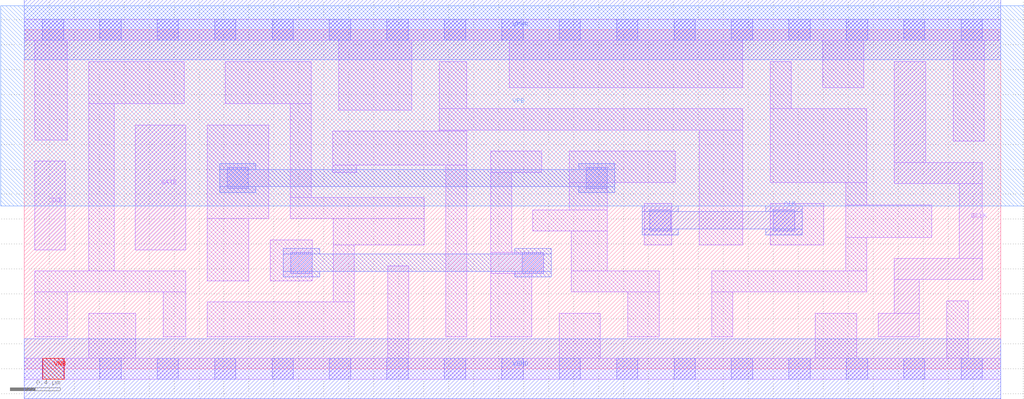
<source format=lef>
# Copyright 2020 The SkyWater PDK Authors
#
# Licensed under the Apache License, Version 2.0 (the "License");
# you may not use this file except in compliance with the License.
# You may obtain a copy of the License at
#
#     https://www.apache.org/licenses/LICENSE-2.0
#
# Unless required by applicable law or agreed to in writing, software
# distributed under the License is distributed on an "AS IS" BASIS,
# WITHOUT WARRANTIES OR CONDITIONS OF ANY KIND, either express or implied.
# See the License for the specific language governing permissions and
# limitations under the License.
#
# SPDX-License-Identifier: Apache-2.0

VERSION 5.7 ;
  NOWIREEXTENSIONATPIN ON ;
  DIVIDERCHAR "/" ;
  BUSBITCHARS "[]" ;
PROPERTYDEFINITIONS
  MACRO maskLayoutSubType STRING ;
  MACRO prCellType STRING ;
  MACRO originalViewName STRING ;
END PROPERTYDEFINITIONS
MACRO sky130_fd_sc_hdll__sdlclkp_2
  CLASS CORE ;
  FOREIGN sky130_fd_sc_hdll__sdlclkp_2 ;
  ORIGIN  0.000000  0.000000 ;
  SIZE  7.820000 BY  2.720000 ;
  SYMMETRY X Y R90 ;
  SITE unithd ;
  PIN CLK
    ANTENNAGATEAREA  0.356400 ;
    DIRECTION INPUT ;
    USE SIGNAL ;
    PORT
      LAYER met1 ;
        RECT 4.950000 1.075000 5.240000 1.120000 ;
        RECT 4.950000 1.120000 6.230000 1.260000 ;
        RECT 4.950000 1.260000 5.240000 1.305000 ;
        RECT 5.940000 1.075000 6.230000 1.120000 ;
        RECT 5.940000 1.260000 6.230000 1.305000 ;
    END
  END CLK
  PIN GATE
    ANTENNAGATEAREA  0.178200 ;
    DIRECTION INPUT ;
    USE SIGNAL ;
    PORT
      LAYER li1 ;
        RECT 0.890000 0.955000 1.295000 1.955000 ;
    END
  END GATE
  PIN GCLK
    ANTENNADIFFAREA  0.498000 ;
    DIRECTION OUTPUT ;
    USE SIGNAL ;
    PORT
      LAYER li1 ;
        RECT 6.840000 0.255000 7.170000 0.445000 ;
        RECT 6.970000 0.445000 7.170000 0.715000 ;
        RECT 6.970000 0.715000 7.675000 0.885000 ;
        RECT 6.970000 1.485000 7.675000 1.655000 ;
        RECT 6.970000 1.655000 7.220000 2.465000 ;
        RECT 7.490000 0.885000 7.675000 1.485000 ;
    END
  END GCLK
  PIN SCE
    ANTENNAGATEAREA  0.178200 ;
    DIRECTION INPUT ;
    USE SIGNAL ;
    PORT
      LAYER li1 ;
        RECT 0.085000 0.955000 0.330000 1.665000 ;
    END
  END SCE
  PIN VGND
    DIRECTION INOUT ;
    USE GROUND ;
    PORT
      LAYER met1 ;
        RECT 0.000000 -0.240000 7.820000 0.240000 ;
    END
  END VGND
  PIN VNB
    DIRECTION INOUT ;
    USE GROUND ;
    PORT
      LAYER pwell ;
        RECT 0.150000 -0.085000 0.320000 0.085000 ;
    END
  END VNB
  PIN VPB
    DIRECTION INOUT ;
    USE POWER ;
    PORT
      LAYER nwell ;
        RECT -0.190000 1.305000 8.010000 2.910000 ;
    END
  END VPB
  PIN VPWR
    DIRECTION INOUT ;
    USE POWER ;
    PORT
      LAYER met1 ;
        RECT 0.000000 2.480000 7.820000 2.960000 ;
    END
  END VPWR
  OBS
    LAYER li1 ;
      RECT 0.000000 -0.085000 7.820000 0.085000 ;
      RECT 0.000000  2.635000 7.820000 2.805000 ;
      RECT 0.085000  0.255000 0.345000 0.615000 ;
      RECT 0.085000  0.615000 1.295000 0.785000 ;
      RECT 0.085000  1.835000 0.345000 2.635000 ;
      RECT 0.515000  0.085000 0.895000 0.445000 ;
      RECT 0.515000  0.785000 0.720000 2.125000 ;
      RECT 0.515000  2.125000 1.280000 2.465000 ;
      RECT 1.115000  0.255000 1.295000 0.615000 ;
      RECT 1.465000  0.255000 2.645000 0.535000 ;
      RECT 1.465000  0.705000 1.800000 1.205000 ;
      RECT 1.465000  1.205000 1.960000 1.955000 ;
      RECT 1.610000  2.125000 2.300000 2.465000 ;
      RECT 1.970000  0.705000 2.305000 1.035000 ;
      RECT 2.130000  1.205000 3.205000 1.375000 ;
      RECT 2.130000  1.375000 2.300000 2.125000 ;
      RECT 2.470000  1.575000 2.665000 1.635000 ;
      RECT 2.470000  1.635000 3.545000 1.905000 ;
      RECT 2.475000  0.535000 2.645000 0.995000 ;
      RECT 2.475000  0.995000 3.205000 1.205000 ;
      RECT 2.520000  2.075000 3.105000 2.635000 ;
      RECT 2.910000  0.085000 3.080000 0.825000 ;
      RECT 3.325000  1.905000 3.545000 1.915000 ;
      RECT 3.325000  1.915000 5.755000 2.085000 ;
      RECT 3.325000  2.085000 3.545000 2.465000 ;
      RECT 3.375000  0.255000 3.545000 1.635000 ;
      RECT 3.735000  0.255000 4.065000 0.765000 ;
      RECT 3.735000  0.765000 4.160000 0.935000 ;
      RECT 3.735000  0.935000 3.905000 1.575000 ;
      RECT 3.735000  1.575000 4.145000 1.745000 ;
      RECT 3.885000  2.255000 5.755000 2.635000 ;
      RECT 4.075000  1.105000 4.670000 1.275000 ;
      RECT 4.285000  0.085000 4.615000 0.445000 ;
      RECT 4.365000  1.275000 4.670000 1.495000 ;
      RECT 4.365000  1.495000 5.215000 1.745000 ;
      RECT 4.380000  0.615000 5.085000 0.785000 ;
      RECT 4.380000  0.785000 4.670000 1.105000 ;
      RECT 4.835000  0.255000 5.085000 0.615000 ;
      RECT 4.965000  0.995000 5.185000 1.325000 ;
      RECT 5.405000  0.995000 5.755000 1.915000 ;
      RECT 5.505000  0.255000 5.675000 0.615000 ;
      RECT 5.505000  0.615000 6.750000 0.785000 ;
      RECT 5.975000  0.995000 6.405000 1.325000 ;
      RECT 5.975000  1.495000 6.750000 2.085000 ;
      RECT 5.975000  2.085000 6.145000 2.465000 ;
      RECT 6.335000  0.085000 6.670000 0.445000 ;
      RECT 6.395000  2.255000 6.725000 2.635000 ;
      RECT 6.580000  0.785000 6.750000 1.055000 ;
      RECT 6.580000  1.055000 7.270000 1.315000 ;
      RECT 6.580000  1.315000 6.750000 1.495000 ;
      RECT 7.390000  0.085000 7.560000 0.545000 ;
      RECT 7.440000  1.825000 7.690000 2.635000 ;
    LAYER mcon ;
      RECT 0.145000 -0.085000 0.315000 0.085000 ;
      RECT 0.145000  2.635000 0.315000 2.805000 ;
      RECT 0.605000 -0.085000 0.775000 0.085000 ;
      RECT 0.605000  2.635000 0.775000 2.805000 ;
      RECT 1.065000 -0.085000 1.235000 0.085000 ;
      RECT 1.065000  2.635000 1.235000 2.805000 ;
      RECT 1.525000 -0.085000 1.695000 0.085000 ;
      RECT 1.525000  2.635000 1.695000 2.805000 ;
      RECT 1.625000  1.445000 1.795000 1.615000 ;
      RECT 1.985000 -0.085000 2.155000 0.085000 ;
      RECT 1.985000  2.635000 2.155000 2.805000 ;
      RECT 2.135000  0.765000 2.305000 0.935000 ;
      RECT 2.445000 -0.085000 2.615000 0.085000 ;
      RECT 2.445000  2.635000 2.615000 2.805000 ;
      RECT 2.905000 -0.085000 3.075000 0.085000 ;
      RECT 2.905000  2.635000 3.075000 2.805000 ;
      RECT 3.365000 -0.085000 3.535000 0.085000 ;
      RECT 3.365000  2.635000 3.535000 2.805000 ;
      RECT 3.825000 -0.085000 3.995000 0.085000 ;
      RECT 3.825000  2.635000 3.995000 2.805000 ;
      RECT 3.990000  0.765000 4.160000 0.935000 ;
      RECT 4.285000 -0.085000 4.455000 0.085000 ;
      RECT 4.285000  2.635000 4.455000 2.805000 ;
      RECT 4.500000  1.445000 4.670000 1.615000 ;
      RECT 4.745000 -0.085000 4.915000 0.085000 ;
      RECT 4.745000  2.635000 4.915000 2.805000 ;
      RECT 5.010000  1.105000 5.180000 1.275000 ;
      RECT 5.205000 -0.085000 5.375000 0.085000 ;
      RECT 5.205000  2.635000 5.375000 2.805000 ;
      RECT 5.665000 -0.085000 5.835000 0.085000 ;
      RECT 5.665000  2.635000 5.835000 2.805000 ;
      RECT 6.000000  1.105000 6.170000 1.275000 ;
      RECT 6.125000 -0.085000 6.295000 0.085000 ;
      RECT 6.125000  2.635000 6.295000 2.805000 ;
      RECT 6.585000 -0.085000 6.755000 0.085000 ;
      RECT 6.585000  2.635000 6.755000 2.805000 ;
      RECT 7.045000 -0.085000 7.215000 0.085000 ;
      RECT 7.045000  2.635000 7.215000 2.805000 ;
      RECT 7.505000 -0.085000 7.675000 0.085000 ;
      RECT 7.505000  2.635000 7.675000 2.805000 ;
    LAYER met1 ;
      RECT 1.565000 1.415000 1.855000 1.460000 ;
      RECT 1.565000 1.460000 4.730000 1.600000 ;
      RECT 1.565000 1.600000 1.855000 1.645000 ;
      RECT 2.075000 0.735000 2.365000 0.780000 ;
      RECT 2.075000 0.780000 4.220000 0.920000 ;
      RECT 2.075000 0.920000 2.365000 0.965000 ;
      RECT 3.930000 0.735000 4.220000 0.780000 ;
      RECT 3.930000 0.920000 4.220000 0.965000 ;
      RECT 4.440000 1.415000 4.730000 1.460000 ;
      RECT 4.440000 1.600000 4.730000 1.645000 ;
  END
  PROPERTY maskLayoutSubType "abstract" ;
  PROPERTY prCellType "standard" ;
  PROPERTY originalViewName "layout" ;
END sky130_fd_sc_hdll__sdlclkp_2
END LIBRARY

</source>
